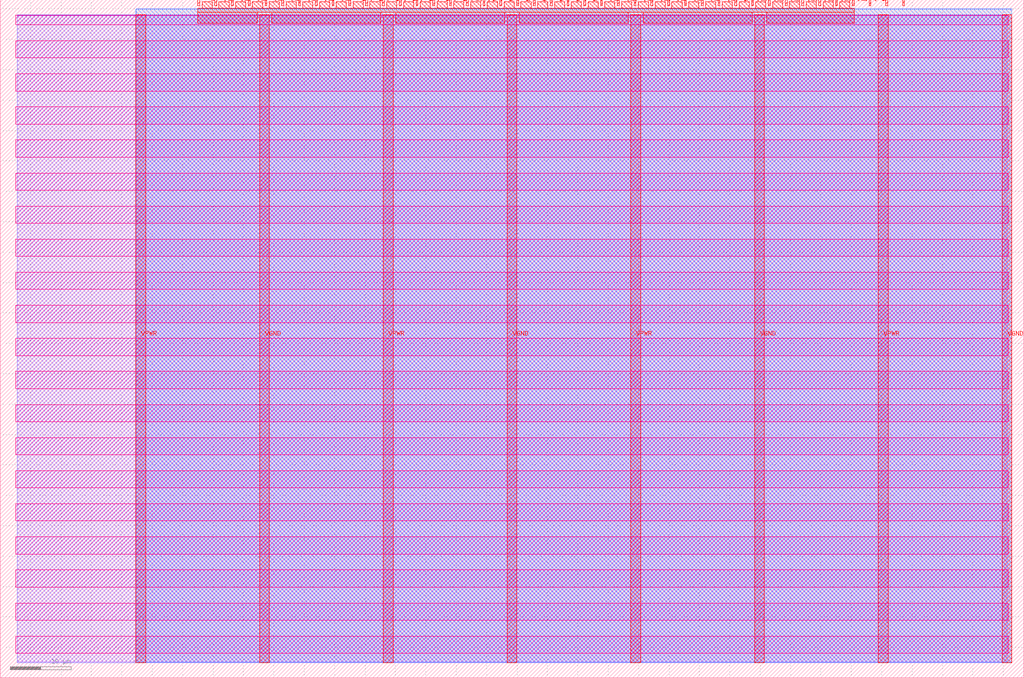
<source format=lef>
VERSION 5.7 ;
  NOWIREEXTENSIONATPIN ON ;
  DIVIDERCHAR "/" ;
  BUSBITCHARS "[]" ;
MACRO tt_um_wokwi_378231665807713281_dup
  CLASS BLOCK ;
  FOREIGN tt_um_wokwi_378231665807713281_dup ;
  ORIGIN 0.000 0.000 ;
  SIZE 168.360 BY 111.520 ;
  PIN VGND
    DIRECTION INOUT ;
    USE GROUND ;
    PORT
      LAYER met4 ;
        RECT 42.670 2.480 44.270 109.040 ;
    END
    PORT
      LAYER met4 ;
        RECT 83.380 2.480 84.980 109.040 ;
    END
    PORT
      LAYER met4 ;
        RECT 124.090 2.480 125.690 109.040 ;
    END
    PORT
      LAYER met4 ;
        RECT 164.800 2.480 166.400 109.040 ;
    END
  END VGND
  PIN VPWR
    DIRECTION INOUT ;
    USE POWER ;
    PORT
      LAYER met4 ;
        RECT 22.315 2.480 23.915 109.040 ;
    END
    PORT
      LAYER met4 ;
        RECT 63.025 2.480 64.625 109.040 ;
    END
    PORT
      LAYER met4 ;
        RECT 103.735 2.480 105.335 109.040 ;
    END
    PORT
      LAYER met4 ;
        RECT 144.445 2.480 146.045 109.040 ;
    END
  END VPWR
  PIN clk
    DIRECTION INPUT ;
    USE SIGNAL ;
    PORT
      LAYER met4 ;
        RECT 145.670 110.520 145.970 111.520 ;
    END
  END clk
  PIN ena
    DIRECTION INPUT ;
    USE SIGNAL ;
    PORT
      LAYER met4 ;
        RECT 148.430 110.520 148.730 111.520 ;
    END
  END ena
  PIN rst_n
    DIRECTION INPUT ;
    USE SIGNAL ;
    PORT
      LAYER met4 ;
        RECT 142.910 110.520 143.210 111.520 ;
    END
  END rst_n
  PIN ui_in[0]
    DIRECTION INPUT ;
    USE SIGNAL ;
    ANTENNAGATEAREA 0.196500 ;
    PORT
      LAYER met4 ;
        RECT 140.150 110.520 140.450 111.520 ;
    END
  END ui_in[0]
  PIN ui_in[1]
    DIRECTION INPUT ;
    USE SIGNAL ;
    ANTENNAGATEAREA 0.196500 ;
    PORT
      LAYER met4 ;
        RECT 137.390 110.520 137.690 111.520 ;
    END
  END ui_in[1]
  PIN ui_in[2]
    DIRECTION INPUT ;
    USE SIGNAL ;
    ANTENNAGATEAREA 0.196500 ;
    PORT
      LAYER met4 ;
        RECT 134.630 110.520 134.930 111.520 ;
    END
  END ui_in[2]
  PIN ui_in[3]
    DIRECTION INPUT ;
    USE SIGNAL ;
    ANTENNAGATEAREA 0.196500 ;
    PORT
      LAYER met4 ;
        RECT 131.870 110.520 132.170 111.520 ;
    END
  END ui_in[3]
  PIN ui_in[4]
    DIRECTION INPUT ;
    USE SIGNAL ;
    ANTENNAGATEAREA 0.213000 ;
    PORT
      LAYER met4 ;
        RECT 129.110 110.520 129.410 111.520 ;
    END
  END ui_in[4]
  PIN ui_in[5]
    DIRECTION INPUT ;
    USE SIGNAL ;
    ANTENNAGATEAREA 0.159000 ;
    PORT
      LAYER met4 ;
        RECT 126.350 110.520 126.650 111.520 ;
    END
  END ui_in[5]
  PIN ui_in[6]
    DIRECTION INPUT ;
    USE SIGNAL ;
    ANTENNAGATEAREA 0.196500 ;
    PORT
      LAYER met4 ;
        RECT 123.590 110.520 123.890 111.520 ;
    END
  END ui_in[6]
  PIN ui_in[7]
    DIRECTION INPUT ;
    USE SIGNAL ;
    PORT
      LAYER met4 ;
        RECT 120.830 110.520 121.130 111.520 ;
    END
  END ui_in[7]
  PIN uio_in[0]
    DIRECTION INPUT ;
    USE SIGNAL ;
    PORT
      LAYER met4 ;
        RECT 118.070 110.520 118.370 111.520 ;
    END
  END uio_in[0]
  PIN uio_in[1]
    DIRECTION INPUT ;
    USE SIGNAL ;
    PORT
      LAYER met4 ;
        RECT 115.310 110.520 115.610 111.520 ;
    END
  END uio_in[1]
  PIN uio_in[2]
    DIRECTION INPUT ;
    USE SIGNAL ;
    PORT
      LAYER met4 ;
        RECT 112.550 110.520 112.850 111.520 ;
    END
  END uio_in[2]
  PIN uio_in[3]
    DIRECTION INPUT ;
    USE SIGNAL ;
    PORT
      LAYER met4 ;
        RECT 109.790 110.520 110.090 111.520 ;
    END
  END uio_in[3]
  PIN uio_in[4]
    DIRECTION INPUT ;
    USE SIGNAL ;
    PORT
      LAYER met4 ;
        RECT 107.030 110.520 107.330 111.520 ;
    END
  END uio_in[4]
  PIN uio_in[5]
    DIRECTION INPUT ;
    USE SIGNAL ;
    PORT
      LAYER met4 ;
        RECT 104.270 110.520 104.570 111.520 ;
    END
  END uio_in[5]
  PIN uio_in[6]
    DIRECTION INPUT ;
    USE SIGNAL ;
    PORT
      LAYER met4 ;
        RECT 101.510 110.520 101.810 111.520 ;
    END
  END uio_in[6]
  PIN uio_in[7]
    DIRECTION INPUT ;
    USE SIGNAL ;
    PORT
      LAYER met4 ;
        RECT 98.750 110.520 99.050 111.520 ;
    END
  END uio_in[7]
  PIN uio_oe[0]
    DIRECTION OUTPUT TRISTATE ;
    USE SIGNAL ;
    PORT
      LAYER met4 ;
        RECT 51.830 110.520 52.130 111.520 ;
    END
  END uio_oe[0]
  PIN uio_oe[1]
    DIRECTION OUTPUT TRISTATE ;
    USE SIGNAL ;
    PORT
      LAYER met4 ;
        RECT 49.070 110.520 49.370 111.520 ;
    END
  END uio_oe[1]
  PIN uio_oe[2]
    DIRECTION OUTPUT TRISTATE ;
    USE SIGNAL ;
    PORT
      LAYER met4 ;
        RECT 46.310 110.520 46.610 111.520 ;
    END
  END uio_oe[2]
  PIN uio_oe[3]
    DIRECTION OUTPUT TRISTATE ;
    USE SIGNAL ;
    PORT
      LAYER met4 ;
        RECT 43.550 110.520 43.850 111.520 ;
    END
  END uio_oe[3]
  PIN uio_oe[4]
    DIRECTION OUTPUT TRISTATE ;
    USE SIGNAL ;
    PORT
      LAYER met4 ;
        RECT 40.790 110.520 41.090 111.520 ;
    END
  END uio_oe[4]
  PIN uio_oe[5]
    DIRECTION OUTPUT TRISTATE ;
    USE SIGNAL ;
    PORT
      LAYER met4 ;
        RECT 38.030 110.520 38.330 111.520 ;
    END
  END uio_oe[5]
  PIN uio_oe[6]
    DIRECTION OUTPUT TRISTATE ;
    USE SIGNAL ;
    PORT
      LAYER met4 ;
        RECT 35.270 110.520 35.570 111.520 ;
    END
  END uio_oe[6]
  PIN uio_oe[7]
    DIRECTION OUTPUT TRISTATE ;
    USE SIGNAL ;
    PORT
      LAYER met4 ;
        RECT 32.510 110.520 32.810 111.520 ;
    END
  END uio_oe[7]
  PIN uio_out[0]
    DIRECTION OUTPUT TRISTATE ;
    USE SIGNAL ;
    PORT
      LAYER met4 ;
        RECT 73.910 110.520 74.210 111.520 ;
    END
  END uio_out[0]
  PIN uio_out[1]
    DIRECTION OUTPUT TRISTATE ;
    USE SIGNAL ;
    PORT
      LAYER met4 ;
        RECT 71.150 110.520 71.450 111.520 ;
    END
  END uio_out[1]
  PIN uio_out[2]
    DIRECTION OUTPUT TRISTATE ;
    USE SIGNAL ;
    PORT
      LAYER met4 ;
        RECT 68.390 110.520 68.690 111.520 ;
    END
  END uio_out[2]
  PIN uio_out[3]
    DIRECTION OUTPUT TRISTATE ;
    USE SIGNAL ;
    PORT
      LAYER met4 ;
        RECT 65.630 110.520 65.930 111.520 ;
    END
  END uio_out[3]
  PIN uio_out[4]
    DIRECTION OUTPUT TRISTATE ;
    USE SIGNAL ;
    PORT
      LAYER met4 ;
        RECT 62.870 110.520 63.170 111.520 ;
    END
  END uio_out[4]
  PIN uio_out[5]
    DIRECTION OUTPUT TRISTATE ;
    USE SIGNAL ;
    PORT
      LAYER met4 ;
        RECT 60.110 110.520 60.410 111.520 ;
    END
  END uio_out[5]
  PIN uio_out[6]
    DIRECTION OUTPUT TRISTATE ;
    USE SIGNAL ;
    PORT
      LAYER met4 ;
        RECT 57.350 110.520 57.650 111.520 ;
    END
  END uio_out[6]
  PIN uio_out[7]
    DIRECTION OUTPUT TRISTATE ;
    USE SIGNAL ;
    PORT
      LAYER met4 ;
        RECT 54.590 110.520 54.890 111.520 ;
    END
  END uio_out[7]
  PIN uo_out[0]
    DIRECTION OUTPUT TRISTATE ;
    USE SIGNAL ;
    ANTENNADIFFAREA 0.795200 ;
    PORT
      LAYER met4 ;
        RECT 95.990 110.520 96.290 111.520 ;
    END
  END uo_out[0]
  PIN uo_out[1]
    DIRECTION OUTPUT TRISTATE ;
    USE SIGNAL ;
    ANTENNADIFFAREA 0.445500 ;
    PORT
      LAYER met4 ;
        RECT 93.230 110.520 93.530 111.520 ;
    END
  END uo_out[1]
  PIN uo_out[2]
    DIRECTION OUTPUT TRISTATE ;
    USE SIGNAL ;
    ANTENNADIFFAREA 0.445500 ;
    PORT
      LAYER met4 ;
        RECT 90.470 110.520 90.770 111.520 ;
    END
  END uo_out[2]
  PIN uo_out[3]
    DIRECTION OUTPUT TRISTATE ;
    USE SIGNAL ;
    ANTENNADIFFAREA 0.795200 ;
    PORT
      LAYER met4 ;
        RECT 87.710 110.520 88.010 111.520 ;
    END
  END uo_out[3]
  PIN uo_out[4]
    DIRECTION OUTPUT TRISTATE ;
    USE SIGNAL ;
    PORT
      LAYER met4 ;
        RECT 84.950 110.520 85.250 111.520 ;
    END
  END uo_out[4]
  PIN uo_out[5]
    DIRECTION OUTPUT TRISTATE ;
    USE SIGNAL ;
    PORT
      LAYER met4 ;
        RECT 82.190 110.520 82.490 111.520 ;
    END
  END uo_out[5]
  PIN uo_out[6]
    DIRECTION OUTPUT TRISTATE ;
    USE SIGNAL ;
    PORT
      LAYER met4 ;
        RECT 79.430 110.520 79.730 111.520 ;
    END
  END uo_out[6]
  PIN uo_out[7]
    DIRECTION OUTPUT TRISTATE ;
    USE SIGNAL ;
    PORT
      LAYER met4 ;
        RECT 76.670 110.520 76.970 111.520 ;
    END
  END uo_out[7]
  OBS
      LAYER nwell ;
        RECT 2.570 107.385 165.790 108.990 ;
        RECT 2.570 101.945 165.790 104.775 ;
        RECT 2.570 96.505 165.790 99.335 ;
        RECT 2.570 91.065 165.790 93.895 ;
        RECT 2.570 85.625 165.790 88.455 ;
        RECT 2.570 80.185 165.790 83.015 ;
        RECT 2.570 74.745 165.790 77.575 ;
        RECT 2.570 69.305 165.790 72.135 ;
        RECT 2.570 63.865 165.790 66.695 ;
        RECT 2.570 58.425 165.790 61.255 ;
        RECT 2.570 52.985 165.790 55.815 ;
        RECT 2.570 47.545 165.790 50.375 ;
        RECT 2.570 42.105 165.790 44.935 ;
        RECT 2.570 36.665 165.790 39.495 ;
        RECT 2.570 31.225 165.790 34.055 ;
        RECT 2.570 25.785 165.790 28.615 ;
        RECT 2.570 20.345 165.790 23.175 ;
        RECT 2.570 14.905 165.790 17.735 ;
        RECT 2.570 9.465 165.790 12.295 ;
        RECT 2.570 4.025 165.790 6.855 ;
      LAYER li1 ;
        RECT 2.760 2.635 165.600 108.885 ;
      LAYER met1 ;
        RECT 2.760 2.480 166.400 109.040 ;
      LAYER met2 ;
        RECT 22.345 2.535 166.370 110.005 ;
      LAYER met3 ;
        RECT 22.325 2.555 166.390 109.985 ;
      LAYER met4 ;
        RECT 33.210 110.120 34.870 111.170 ;
        RECT 35.970 110.120 37.630 111.170 ;
        RECT 38.730 110.120 40.390 111.170 ;
        RECT 41.490 110.120 43.150 111.170 ;
        RECT 44.250 110.120 45.910 111.170 ;
        RECT 47.010 110.120 48.670 111.170 ;
        RECT 49.770 110.120 51.430 111.170 ;
        RECT 52.530 110.120 54.190 111.170 ;
        RECT 55.290 110.120 56.950 111.170 ;
        RECT 58.050 110.120 59.710 111.170 ;
        RECT 60.810 110.120 62.470 111.170 ;
        RECT 63.570 110.120 65.230 111.170 ;
        RECT 66.330 110.120 67.990 111.170 ;
        RECT 69.090 110.120 70.750 111.170 ;
        RECT 71.850 110.120 73.510 111.170 ;
        RECT 74.610 110.120 76.270 111.170 ;
        RECT 77.370 110.120 79.030 111.170 ;
        RECT 80.130 110.120 81.790 111.170 ;
        RECT 82.890 110.120 84.550 111.170 ;
        RECT 85.650 110.120 87.310 111.170 ;
        RECT 88.410 110.120 90.070 111.170 ;
        RECT 91.170 110.120 92.830 111.170 ;
        RECT 93.930 110.120 95.590 111.170 ;
        RECT 96.690 110.120 98.350 111.170 ;
        RECT 99.450 110.120 101.110 111.170 ;
        RECT 102.210 110.120 103.870 111.170 ;
        RECT 104.970 110.120 106.630 111.170 ;
        RECT 107.730 110.120 109.390 111.170 ;
        RECT 110.490 110.120 112.150 111.170 ;
        RECT 113.250 110.120 114.910 111.170 ;
        RECT 116.010 110.120 117.670 111.170 ;
        RECT 118.770 110.120 120.430 111.170 ;
        RECT 121.530 110.120 123.190 111.170 ;
        RECT 124.290 110.120 125.950 111.170 ;
        RECT 127.050 110.120 128.710 111.170 ;
        RECT 129.810 110.120 131.470 111.170 ;
        RECT 132.570 110.120 134.230 111.170 ;
        RECT 135.330 110.120 136.990 111.170 ;
        RECT 138.090 110.120 139.750 111.170 ;
        RECT 32.495 109.440 140.465 110.120 ;
        RECT 32.495 107.615 42.270 109.440 ;
        RECT 44.670 107.615 62.625 109.440 ;
        RECT 65.025 107.615 82.980 109.440 ;
        RECT 85.380 107.615 103.335 109.440 ;
        RECT 105.735 107.615 123.690 109.440 ;
        RECT 126.090 107.615 140.465 109.440 ;
  END
END tt_um_wokwi_378231665807713281_dup
END LIBRARY


</source>
